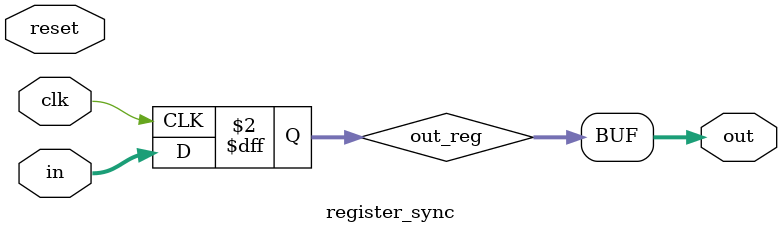
<source format=v>

/*
module sum:
  wire(int)-reg-wire(out)
  a register with sync;
功能,用于做delay时序赋值(只能delay半个周期,即一个下降沿或者上升沿),或者存储数据
*/

`timescale 1ns/1ps
module register_sync #(
  parameter integer WIDTH                 = 8
) (
  input  wire                             clk,
  input  wire                             reset,
  // input  wire                             enable,
  input  wire        [ WIDTH -1 : 0 ]     in,
  output wire        [ WIDTH -1 : 0 ]     out
);

  reg [ WIDTH -1 : 0 ] out_reg;//internal reg 

  always @(posedge clk)//sync clock
  begin
    // if (reset)
      // out_reg <= 'b0;
    // else if (enable)
      out_reg <= in;
  end

  assign out = out_reg;

endmodule

</source>
